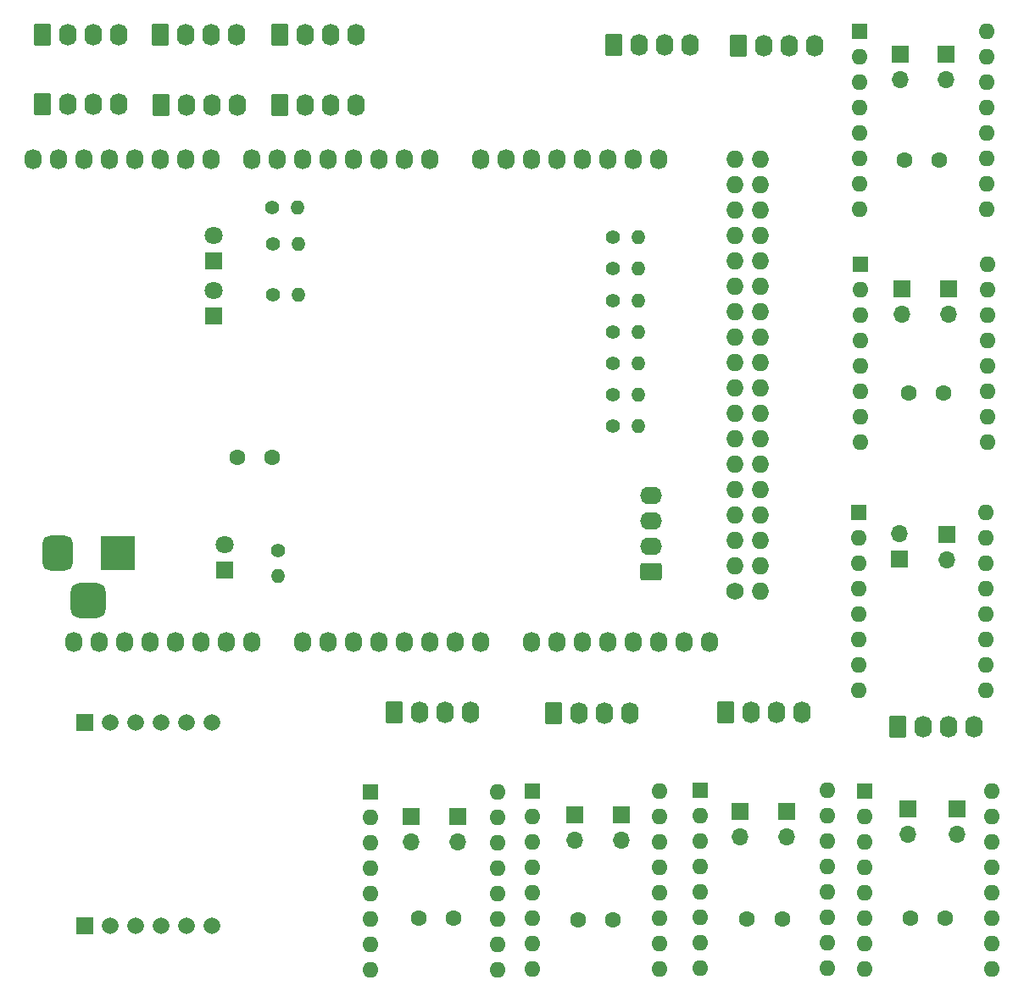
<source format=gbr>
G04 #@! TF.GenerationSoftware,KiCad,Pcbnew,7.0.9*
G04 #@! TF.CreationDate,2023-11-27T06:02:19+10:00*
G04 #@! TF.ProjectId,Front Console Output,46726f6e-7420-4436-9f6e-736f6c65204f,rev?*
G04 #@! TF.SameCoordinates,Original*
G04 #@! TF.FileFunction,Soldermask,Top*
G04 #@! TF.FilePolarity,Negative*
%FSLAX46Y46*%
G04 Gerber Fmt 4.6, Leading zero omitted, Abs format (unit mm)*
G04 Created by KiCad (PCBNEW 7.0.9) date 2023-11-27 06:02:19*
%MOMM*%
%LPD*%
G01*
G04 APERTURE LIST*
G04 Aperture macros list*
%AMRoundRect*
0 Rectangle with rounded corners*
0 $1 Rounding radius*
0 $2 $3 $4 $5 $6 $7 $8 $9 X,Y pos of 4 corners*
0 Add a 4 corners polygon primitive as box body*
4,1,4,$2,$3,$4,$5,$6,$7,$8,$9,$2,$3,0*
0 Add four circle primitives for the rounded corners*
1,1,$1+$1,$2,$3*
1,1,$1+$1,$4,$5*
1,1,$1+$1,$6,$7*
1,1,$1+$1,$8,$9*
0 Add four rect primitives between the rounded corners*
20,1,$1+$1,$2,$3,$4,$5,0*
20,1,$1+$1,$4,$5,$6,$7,0*
20,1,$1+$1,$6,$7,$8,$9,0*
20,1,$1+$1,$8,$9,$2,$3,0*%
G04 Aperture macros list end*
%ADD10C,1.600000*%
%ADD11R,1.700000X1.700000*%
%ADD12O,1.700000X1.700000*%
%ADD13C,1.400000*%
%ADD14O,1.400000X1.400000*%
%ADD15R,1.600000X1.600000*%
%ADD16O,1.600000X1.600000*%
%ADD17RoundRect,0.250000X-0.620000X-0.845000X0.620000X-0.845000X0.620000X0.845000X-0.620000X0.845000X0*%
%ADD18O,1.740000X2.190000*%
%ADD19RoundRect,0.250000X0.845000X-0.620000X0.845000X0.620000X-0.845000X0.620000X-0.845000X-0.620000X0*%
%ADD20O,2.190000X1.740000*%
%ADD21C,1.727200*%
%ADD22O,1.727200X1.727200*%
%ADD23O,1.727200X2.032000*%
%ADD24R,1.800000X1.800000*%
%ADD25C,1.800000*%
%ADD26R,3.500000X3.500000*%
%ADD27RoundRect,0.750000X-0.750000X-1.000000X0.750000X-1.000000X0.750000X1.000000X-0.750000X1.000000X0*%
%ADD28RoundRect,0.875000X-0.875000X-0.875000X0.875000X-0.875000X0.875000X0.875000X-0.875000X0.875000X0*%
%ADD29R,1.665000X1.665000*%
%ADD30C,1.665000*%
G04 APERTURE END LIST*
D10*
X214280000Y-70930000D03*
X217780000Y-70930000D03*
D11*
X213890000Y-60370000D03*
D12*
X213890000Y-62910000D03*
D10*
X147670000Y-100640000D03*
X151170000Y-100640000D03*
D13*
X185130000Y-97580000D03*
D14*
X187670000Y-97580000D03*
D13*
X185130000Y-94430000D03*
D14*
X187670000Y-94430000D03*
D13*
X185130000Y-91280000D03*
D14*
X187670000Y-91280000D03*
D13*
X185130000Y-88130000D03*
D14*
X187670000Y-88130000D03*
D13*
X185130000Y-84980000D03*
D14*
X187670000Y-84980000D03*
D13*
X185130000Y-81830000D03*
D14*
X187670000Y-81830000D03*
D13*
X185130000Y-78680000D03*
D14*
X187670000Y-78680000D03*
D11*
X219540000Y-135780000D03*
D12*
X219540000Y-138320000D03*
D15*
X210340000Y-134020000D03*
D16*
X210340000Y-136560000D03*
X210340000Y-139100000D03*
X210340000Y-141640000D03*
X210340000Y-144180000D03*
X210340000Y-146720000D03*
X210340000Y-149260000D03*
X210340000Y-151800000D03*
X223040000Y-151800000D03*
X223040000Y-149260000D03*
X223040000Y-146720000D03*
X223040000Y-144180000D03*
X223040000Y-141640000D03*
X223040000Y-139100000D03*
X223040000Y-136560000D03*
X223040000Y-134020000D03*
D11*
X214610000Y-135780000D03*
D12*
X214610000Y-138320000D03*
D11*
X202510000Y-136100000D03*
D12*
X202510000Y-138640000D03*
D15*
X193860000Y-133990000D03*
D16*
X193860000Y-136530000D03*
X193860000Y-139070000D03*
X193860000Y-141610000D03*
X193860000Y-144150000D03*
X193860000Y-146690000D03*
X193860000Y-149230000D03*
X193860000Y-151770000D03*
X206560000Y-151770000D03*
X206560000Y-149230000D03*
X206560000Y-146690000D03*
X206560000Y-144150000D03*
X206560000Y-141610000D03*
X206560000Y-139070000D03*
X206560000Y-136530000D03*
X206560000Y-133990000D03*
D11*
X197860000Y-136100000D03*
D12*
X197860000Y-138640000D03*
D11*
X186010000Y-136365000D03*
D12*
X186010000Y-138905000D03*
D15*
X177160000Y-134040000D03*
D16*
X177160000Y-136580000D03*
X177160000Y-139120000D03*
X177160000Y-141660000D03*
X177160000Y-144200000D03*
X177160000Y-146740000D03*
X177160000Y-149280000D03*
X177160000Y-151820000D03*
X189860000Y-151820000D03*
X189860000Y-149280000D03*
X189860000Y-146740000D03*
X189860000Y-144200000D03*
X189860000Y-141660000D03*
X189860000Y-139120000D03*
X189860000Y-136580000D03*
X189860000Y-134040000D03*
D11*
X181360000Y-136365000D03*
D12*
X181360000Y-138905000D03*
D17*
X213580000Y-127560000D03*
D18*
X216120000Y-127560000D03*
X218660000Y-127560000D03*
X221200000Y-127560000D03*
D17*
X196430000Y-126190000D03*
D18*
X198970000Y-126190000D03*
X201510000Y-126190000D03*
X204050000Y-126190000D03*
D17*
X179260000Y-126280000D03*
D18*
X181800000Y-126280000D03*
X184340000Y-126280000D03*
X186880000Y-126280000D03*
D17*
X163290000Y-126200000D03*
D18*
X165830000Y-126200000D03*
X168370000Y-126200000D03*
X170910000Y-126200000D03*
D11*
X169650000Y-136545000D03*
D12*
X169650000Y-139085000D03*
D15*
X160920000Y-134150000D03*
D16*
X160920000Y-136690000D03*
X160920000Y-139230000D03*
X160920000Y-141770000D03*
X160920000Y-144310000D03*
X160920000Y-146850000D03*
X160920000Y-149390000D03*
X160920000Y-151930000D03*
X173620000Y-151930000D03*
X173620000Y-149390000D03*
X173620000Y-146850000D03*
X173620000Y-144310000D03*
X173620000Y-141770000D03*
X173620000Y-139230000D03*
X173620000Y-136690000D03*
X173620000Y-134150000D03*
D11*
X165000000Y-136545000D03*
D12*
X165000000Y-139085000D03*
D11*
X218670000Y-83825000D03*
D12*
X218670000Y-86365000D03*
D15*
X209920000Y-81400000D03*
D16*
X209920000Y-83940000D03*
X209920000Y-86480000D03*
X209920000Y-89020000D03*
X209920000Y-91560000D03*
X209920000Y-94100000D03*
X209920000Y-96640000D03*
X209920000Y-99180000D03*
X222620000Y-99180000D03*
X222620000Y-96640000D03*
X222620000Y-94100000D03*
X222620000Y-91560000D03*
X222620000Y-89020000D03*
X222620000Y-86480000D03*
X222620000Y-83940000D03*
X222620000Y-81400000D03*
D11*
X214020000Y-83825000D03*
D12*
X214020000Y-86365000D03*
D17*
X197660000Y-59510000D03*
D18*
X200200000Y-59510000D03*
X202740000Y-59510000D03*
X205280000Y-59510000D03*
D11*
X218470000Y-60380000D03*
D12*
X218470000Y-62920000D03*
D17*
X185210000Y-59410000D03*
D18*
X187750000Y-59410000D03*
X190290000Y-59410000D03*
X192830000Y-59410000D03*
D11*
X218530000Y-108390000D03*
D12*
X218530000Y-110930000D03*
D17*
X151870000Y-65440000D03*
D18*
X154410000Y-65440000D03*
X156950000Y-65440000D03*
X159490000Y-65440000D03*
D17*
X151880000Y-58420000D03*
D18*
X154420000Y-58420000D03*
X156960000Y-58420000D03*
X159500000Y-58420000D03*
D11*
X213800000Y-110870000D03*
D12*
X213800000Y-108330000D03*
D17*
X140020000Y-65440000D03*
D18*
X142560000Y-65440000D03*
X145100000Y-65440000D03*
X147640000Y-65440000D03*
D17*
X139990000Y-58460000D03*
D18*
X142530000Y-58460000D03*
X145070000Y-58460000D03*
X147610000Y-58460000D03*
D17*
X128190000Y-65360000D03*
D18*
X130730000Y-65360000D03*
X133270000Y-65360000D03*
X135810000Y-65360000D03*
D17*
X128190000Y-58420000D03*
D18*
X130730000Y-58420000D03*
X133270000Y-58420000D03*
X135810000Y-58420000D03*
D19*
X188950000Y-112140000D03*
D20*
X188950000Y-109600000D03*
X188950000Y-107060000D03*
X188950000Y-104520000D03*
D10*
X214870000Y-146720000D03*
X218370000Y-146720000D03*
X198570000Y-146840000D03*
X202070000Y-146840000D03*
X214680000Y-94220000D03*
X218180000Y-94220000D03*
X181700000Y-146920000D03*
X185200000Y-146920000D03*
X165750000Y-146770000D03*
X169250000Y-146770000D03*
D21*
X197358000Y-114046000D03*
D22*
X199898000Y-114046000D03*
X197358000Y-111506000D03*
X199898000Y-111506000D03*
X197358000Y-108966000D03*
X199898000Y-108966000D03*
X197358000Y-106426000D03*
X199898000Y-106426000D03*
X197358000Y-103886000D03*
X199898000Y-103886000D03*
X197358000Y-101346000D03*
X199898000Y-101346000D03*
X197358000Y-98806000D03*
X199898000Y-98806000D03*
X197358000Y-96266000D03*
X199898000Y-96266000D03*
X197358000Y-93726000D03*
X199898000Y-93726000D03*
X197358000Y-91186000D03*
X199898000Y-91186000D03*
X197358000Y-88646000D03*
X199898000Y-88646000D03*
X197358000Y-86106000D03*
X199898000Y-86106000D03*
X197358000Y-83566000D03*
X199898000Y-83566000D03*
X197358000Y-81026000D03*
X199898000Y-81026000D03*
X197358000Y-78486000D03*
X199898000Y-78486000D03*
X197358000Y-75946000D03*
X199898000Y-75946000D03*
X197358000Y-73406000D03*
X199898000Y-73406000D03*
X197358000Y-70866000D03*
X199898000Y-70866000D03*
D23*
X131318000Y-119126000D03*
X133858000Y-119126000D03*
X136398000Y-119126000D03*
X138938000Y-119126000D03*
X141478000Y-119126000D03*
X144018000Y-119126000D03*
X146558000Y-119126000D03*
X149098000Y-119126000D03*
X177038000Y-119126000D03*
X179578000Y-119126000D03*
X182118000Y-119126000D03*
X184658000Y-119126000D03*
X187198000Y-119126000D03*
X189738000Y-119126000D03*
X192278000Y-119126000D03*
X194818000Y-119126000D03*
X127254000Y-70866000D03*
X129794000Y-70866000D03*
X132334000Y-70866000D03*
X134874000Y-70866000D03*
X137414000Y-70866000D03*
X139954000Y-70866000D03*
X142494000Y-70866000D03*
X145034000Y-70866000D03*
X149098000Y-70866000D03*
X151638000Y-70866000D03*
X154178000Y-70866000D03*
X156718000Y-70866000D03*
X159258000Y-70866000D03*
X161798000Y-70866000D03*
X164338000Y-70866000D03*
X166878000Y-70866000D03*
X171958000Y-70866000D03*
X174498000Y-70866000D03*
X177038000Y-70866000D03*
X179578000Y-70866000D03*
X182118000Y-70866000D03*
X184658000Y-70866000D03*
X187198000Y-70866000D03*
X189738000Y-70866000D03*
D24*
X145300000Y-81025000D03*
D25*
X145300000Y-78485000D03*
D24*
X145300000Y-86525000D03*
D25*
X145300000Y-83985000D03*
D13*
X151150000Y-75680000D03*
D14*
X153690000Y-75680000D03*
D24*
X146350000Y-111925000D03*
D25*
X146350000Y-109385000D03*
D13*
X151180000Y-79375000D03*
D14*
X153720000Y-79375000D03*
D13*
X151750000Y-109960000D03*
D14*
X151750000Y-112500000D03*
D23*
X154178000Y-119126000D03*
X156718000Y-119126000D03*
X159258000Y-119126000D03*
X161798000Y-119126000D03*
X164338000Y-119126000D03*
X166878000Y-119126000D03*
X169418000Y-119126000D03*
X171958000Y-119126000D03*
D15*
X209770000Y-58120000D03*
D16*
X209770000Y-60660000D03*
X209770000Y-63200000D03*
X209770000Y-65740000D03*
X209770000Y-68280000D03*
X209770000Y-70820000D03*
X209770000Y-73360000D03*
X209770000Y-75900000D03*
X222470000Y-75900000D03*
X222470000Y-73360000D03*
X222470000Y-70820000D03*
X222470000Y-68280000D03*
X222470000Y-65740000D03*
X222470000Y-63200000D03*
X222470000Y-60660000D03*
X222470000Y-58120000D03*
D26*
X135750000Y-110242500D03*
D27*
X129750000Y-110242500D03*
D28*
X132750000Y-114942500D03*
D29*
X132380000Y-147480000D03*
D30*
X134920000Y-147480000D03*
X137460000Y-147480000D03*
X140000000Y-147480000D03*
X142540000Y-147480000D03*
X145080000Y-147480000D03*
D29*
X132380000Y-127160000D03*
D30*
X134920000Y-127160000D03*
X137460000Y-127160000D03*
X140000000Y-127160000D03*
X142540000Y-127160000D03*
X145080000Y-127160000D03*
D15*
X209760000Y-106160000D03*
D16*
X209760000Y-108700000D03*
X209760000Y-111240000D03*
X209760000Y-113780000D03*
X209760000Y-116320000D03*
X209760000Y-118860000D03*
X209760000Y-121400000D03*
X209760000Y-123940000D03*
X222460000Y-123940000D03*
X222460000Y-121400000D03*
X222460000Y-118860000D03*
X222460000Y-116320000D03*
X222460000Y-113780000D03*
X222460000Y-111240000D03*
X222460000Y-108700000D03*
X222460000Y-106160000D03*
D13*
X151180000Y-84455000D03*
D14*
X153720000Y-84455000D03*
M02*

</source>
